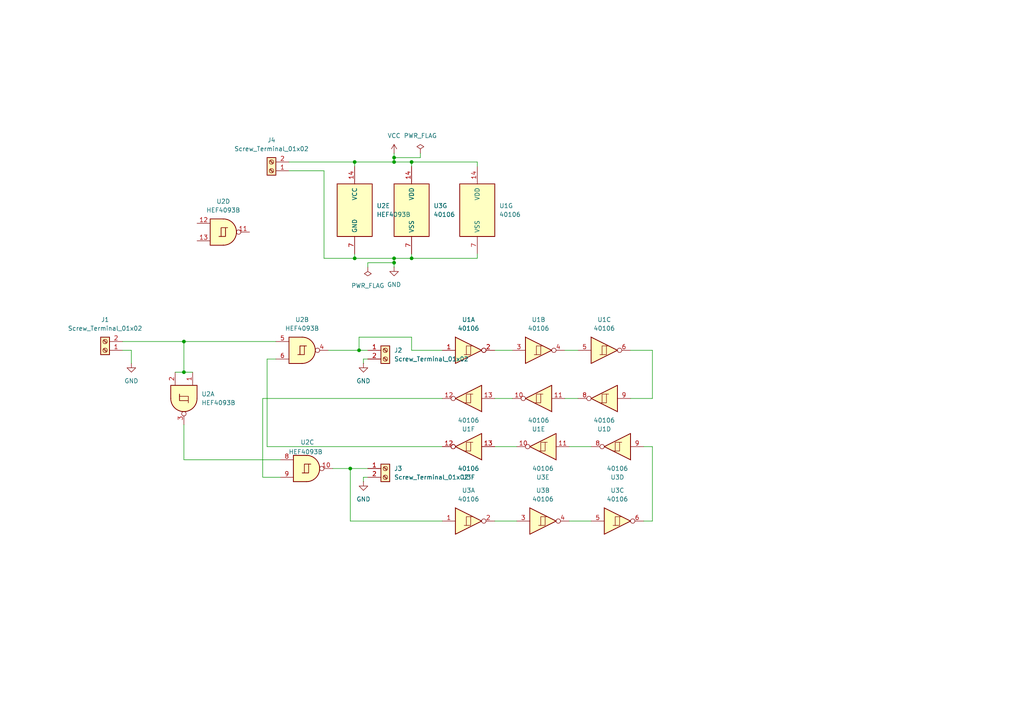
<source format=kicad_sch>
(kicad_sch (version 20250114) (generator "eeschema") (generator_version "9.0")
  (paper "A4")
  (lib_symbols
    (symbol "4xxx:40106" (pin_names (offset 1.016))
      (property "Reference" "U" (at 0 1.27 0))
      (property "Value" "40106" (at 0 -1.27 0))
      (symbol "40106_1_0"
        (polyline (pts (xy -3.81 3.81) (xy -3.81 -3.81) (xy 3.81 0) (xy -3.81 3.81)) (stroke (width 0.254)) (fill (type background)))
        (polyline (pts (xy -1.27 -1.27) (xy 0.635 -1.27) (xy 0.635 1.27) (xy 1.27 1.27)))
        (polyline (pts (xy -0.635 -1.27) (xy -0.635 1.27) (xy 0.635 1.27)))
        (pin input line (at -7.62 0 0) (length 3.81) (name "~") (number "1"))
        (pin output inverted (at 7.62 0 180) (length 3.81) (name "~") (number "2"))
      )
      (symbol "40106_2_0"
        (polyline (pts (xy -3.81 3.81) (xy -3.81 -3.81) (xy 3.81 0) (xy -3.81 3.81)) (stroke (width 0.254)) (fill (type background)))
        (polyline (pts (xy -1.27 -1.27) (xy 0.635 -1.27) (xy 0.635 1.27) (xy 1.27 1.27)))
        (polyline (pts (xy -0.635 -1.27) (xy -0.635 1.27) (xy 0.635 1.27)))
        (pin input line (at -7.62 0 0) (length 3.81) (name "~") (number "3"))
        (pin output inverted (at 7.62 0 180) (length 3.81) (name "~") (number "4"))
      )
      (symbol "40106_3_0"
        (polyline (pts (xy -3.81 3.81) (xy -3.81 -3.81) (xy 3.81 0) (xy -3.81 3.81)) (stroke (width 0.254)) (fill (type background)))
        (polyline (pts (xy -1.27 -1.27) (xy 0.635 -1.27) (xy 0.635 1.27) (xy 1.27 1.27)))
        (polyline (pts (xy -0.635 -1.27) (xy -0.635 1.27) (xy 0.635 1.27)))
        (pin input line (at -7.62 0 0) (length 3.81) (name "~") (number "5"))
        (pin output inverted (at 7.62 0 180) (length 3.81) (name "~") (number "6"))
      )
      (symbol "40106_4_0"
        (polyline (pts (xy -3.81 3.81) (xy -3.81 -3.81) (xy 3.81 0) (xy -3.81 3.81)) (stroke (width 0.254)) (fill (type background)))
        (polyline (pts (xy -1.27 -1.27) (xy 0.635 -1.27) (xy 0.635 1.27) (xy 1.27 1.27)))
        (polyline (pts (xy -0.635 -1.27) (xy -0.635 1.27) (xy 0.635 1.27)))
        (pin input line (at -7.62 0 0) (length 3.81) (name "~") (number "9"))
        (pin output inverted (at 7.62 0 180) (length 3.81) (name "~") (number "8"))
      )
      (symbol "40106_5_0"
        (polyline (pts (xy -3.81 3.81) (xy -3.81 -3.81) (xy 3.81 0) (xy -3.81 3.81)) (stroke (width 0.254)) (fill (type background)))
        (polyline (pts (xy -1.27 -1.27) (xy 0.635 -1.27) (xy 0.635 1.27) (xy 1.27 1.27)))
        (polyline (pts (xy -0.635 -1.27) (xy -0.635 1.27) (xy 0.635 1.27)))
        (pin input line (at -7.62 0 0) (length 3.81) (name "~") (number "11"))
        (pin output inverted (at 7.62 0 180) (length 3.81) (name "~") (number "10"))
      )
      (symbol "40106_6_0"
        (polyline (pts (xy -3.81 3.81) (xy -3.81 -3.81) (xy 3.81 0) (xy -3.81 3.81)) (stroke (width 0.254)) (fill (type background)))
        (polyline (pts (xy -1.27 -1.27) (xy 0.635 -1.27) (xy 0.635 1.27) (xy 1.27 1.27)))
        (polyline (pts (xy -0.635 -1.27) (xy -0.635 1.27) (xy 0.635 1.27)))
        (pin input line (at -7.62 0 0) (length 3.81) (name "~") (number "13"))
        (pin output inverted (at 7.62 0 180) (length 3.81) (name "~") (number "12"))
      )
      (symbol "40106_7_0"
        (pin power_in line (at 0 12.7 270) (length 5.08) (name "VDD") (number "14"))
        (pin power_in line (at 0 -12.7 90) (length 5.08) (name "VSS") (number "7"))
      )
      (symbol "40106_7_1"
        (rectangle (start -5.08 7.62) (end 5.08 -7.62) (stroke (width 0.254)) (fill (type background)))
      )
    )
    (symbol "4xxx:HEF4093B" (pin_names (offset 1.016))
      (property "Reference" "U" (at 0 1.27 0))
      (property "Value" "HEF4093B" (at 0 -1.27 0))
      (symbol "HEF4093B_1_0"
        (polyline (pts (xy -1.27 -1.27) (xy 0.635 -1.27) (xy 0.635 1.27) (xy 1.27 1.27)))
        (polyline (pts (xy -1.27 -1.27) (xy 0.635 -1.27) (xy 0.635 1.27) (xy 1.27 1.27)))
        (polyline (pts (xy -0.635 -1.27) (xy -0.635 1.27) (xy 0.635 1.27)))
        (polyline (pts (xy -0.635 -1.27) (xy -0.635 1.27) (xy 0.635 1.27)))
      )
      (symbol "HEF4093B_1_1"
        (arc (start 0 3.81) (mid 3.7934 0) (end 0 -3.81) (stroke (width 0.254)) (fill (type background)))
        (polyline (pts (xy 0 3.81) (xy -3.81 3.81) (xy -3.81 -3.81) (xy 0 -3.81)) (stroke (width 0.254)) (fill (type background)))
        (pin input line (at -7.62 2.54 0) (length 3.81) (name "~") (number "1"))
        (pin input line (at -7.62 -2.54 0) (length 3.81) (name "~") (number "2"))
        (pin output inverted (at 7.62 0 180) (length 3.81) (name "~") (number "3"))
      )
      (symbol "HEF4093B_1_2"
        (arc (start -3.81 3.81) (mid -2.589 0) (end -3.81 -3.81) (stroke (width 0.254)))
        (polyline (pts (xy -3.81 3.81) (xy -0.635 3.81)) (stroke (width 0.254)) (fill (type background)))
        (polyline (pts (xy -3.81 -3.81) (xy -0.635 -3.81)) (stroke (width 0.254)) (fill (type background)))
        (arc (start 3.81 0) (mid 2.1855 -2.584) (end -0.6096 -3.81) (stroke (width 0.254)) (fill (type background)))
        (arc (start -0.6096 3.81) (mid 2.1928 2.5924) (end 3.81 0) (stroke (width 0.254)) (fill (type background)))
        (polyline (pts (xy -0.635 3.81) (xy -3.81 3.81) (xy -3.81 3.81) (xy -3.556 3.4036) (xy -3.0226 2.2606) (xy -2.6924 1.0414) (xy -2.6162 -0.254) (xy -2.7686 -1.4986) (xy -3.175 -2.7178) (xy -3.81 -3.81) (xy -3.81 -3.81) (xy -0.635 -3.81)) (stroke (width -25.4)) (fill (type background)))
        (pin input inverted (at -7.62 2.54 0) (length 4.318) (name "~") (number "1"))
        (pin input inverted (at -7.62 -2.54 0) (length 4.318) (name "~") (number "2"))
        (pin output line (at 7.62 0 180) (length 3.81) (name "~") (number "3"))
      )
      (symbol "HEF4093B_2_0"
        (polyline (pts (xy -1.27 -1.27) (xy 0.635 -1.27) (xy 0.635 1.27) (xy 1.27 1.27)))
        (polyline (pts (xy -1.27 -1.27) (xy 0.635 -1.27) (xy 0.635 1.27) (xy 1.27 1.27)))
        (polyline (pts (xy -0.635 -1.27) (xy -0.635 1.27) (xy 0.635 1.27)))
        (polyline (pts (xy -0.635 -1.27) (xy -0.635 1.27) (xy 0.635 1.27)))
      )
      (symbol "HEF4093B_2_1"
        (arc (start 0 3.81) (mid 3.7934 0) (end 0 -3.81) (stroke (width 0.254)) (fill (type background)))
        (polyline (pts (xy 0 3.81) (xy -3.81 3.81) (xy -3.81 -3.81) (xy 0 -3.81)) (stroke (width 0.254)) (fill (type background)))
        (pin input line (at -7.62 2.54 0) (length 3.81) (name "~") (number "5"))
        (pin input line (at -7.62 -2.54 0) (length 3.81) (name "~") (number "6"))
        (pin output inverted (at 7.62 0 180) (length 3.81) (name "~") (number "4"))
      )
      (symbol "HEF4093B_2_2"
        (arc (start -3.81 3.81) (mid -2.589 0) (end -3.81 -3.81) (stroke (width 0.254)))
        (polyline (pts (xy -3.81 3.81) (xy -0.635 3.81)) (stroke (width 0.254)) (fill (type background)))
        (polyline (pts (xy -3.81 -3.81) (xy -0.635 -3.81)) (stroke (width 0.254)) (fill (type background)))
        (arc (start 3.81 0) (mid 2.1855 -2.584) (end -0.6096 -3.81) (stroke (width 0.254)) (fill (type background)))
        (arc (start -0.6096 3.81) (mid 2.1928 2.5924) (end 3.81 0) (stroke (width 0.254)) (fill (type background)))
        (polyline (pts (xy -0.635 3.81) (xy -3.81 3.81) (xy -3.81 3.81) (xy -3.556 3.4036) (xy -3.0226 2.2606) (xy -2.6924 1.0414) (xy -2.6162 -0.254) (xy -2.7686 -1.4986) (xy -3.175 -2.7178) (xy -3.81 -3.81) (xy -3.81 -3.81) (xy -0.635 -3.81)) (stroke (width -25.4)) (fill (type background)))
        (pin input inverted (at -7.62 2.54 0) (length 4.318) (name "~") (number "5"))
        (pin input inverted (at -7.62 -2.54 0) (length 4.318) (name "~") (number "6"))
        (pin output line (at 7.62 0 180) (length 3.81) (name "~") (number "4"))
      )
      (symbol "HEF4093B_3_0"
        (polyline (pts (xy -1.27 -1.27) (xy 0.635 -1.27) (xy 0.635 1.27) (xy 1.27 1.27)))
        (polyline (pts (xy -1.27 -1.27) (xy 0.635 -1.27) (xy 0.635 1.27) (xy 1.27 1.27)))
        (polyline (pts (xy -0.635 -1.27) (xy -0.635 1.27) (xy 0.635 1.27)))
        (polyline (pts (xy -0.635 -1.27) (xy -0.635 1.27) (xy 0.635 1.27)))
      )
      (symbol "HEF4093B_3_1"
        (arc (start 0 3.81) (mid 3.7934 0) (end 0 -3.81) (stroke (width 0.254)) (fill (type background)))
        (polyline (pts (xy 0 3.81) (xy -3.81 3.81) (xy -3.81 -3.81) (xy 0 -3.81)) (stroke (width 0.254)) (fill (type background)))
        (pin input line (at -7.62 2.54 0) (length 3.81) (name "~") (number "8"))
        (pin input line (at -7.62 -2.54 0) (length 3.81) (name "~") (number "9"))
        (pin output inverted (at 7.62 0 180) (length 3.81) (name "~") (number "10"))
      )
      (symbol "HEF4093B_3_2"
        (arc (start -3.81 3.81) (mid -2.589 0) (end -3.81 -3.81) (stroke (width 0.254)))
        (polyline (pts (xy -3.81 3.81) (xy -0.635 3.81)) (stroke (width 0.254)) (fill (type background)))
        (polyline (pts (xy -3.81 -3.81) (xy -0.635 -3.81)) (stroke (width 0.254)) (fill (type background)))
        (arc (start 3.81 0) (mid 2.1855 -2.584) (end -0.6096 -3.81) (stroke (width 0.254)) (fill (type background)))
        (arc (start -0.6096 3.81) (mid 2.1928 2.5924) (end 3.81 0) (stroke (width 0.254)) (fill (type background)))
        (polyline (pts (xy -0.635 3.81) (xy -3.81 3.81) (xy -3.81 3.81) (xy -3.556 3.4036) (xy -3.0226 2.2606) (xy -2.6924 1.0414) (xy -2.6162 -0.254) (xy -2.7686 -1.4986) (xy -3.175 -2.7178) (xy -3.81 -3.81) (xy -3.81 -3.81) (xy -0.635 -3.81)) (stroke (width -25.4)) (fill (type background)))
        (pin input inverted (at -7.62 2.54 0) (length 4.318) (name "~") (number "8"))
        (pin input inverted (at -7.62 -2.54 0) (length 4.318) (name "~") (number "9"))
        (pin output line (at 7.62 0 180) (length 3.81) (name "~") (number "10"))
      )
      (symbol "HEF4093B_4_0"
        (polyline (pts (xy -1.27 -1.27) (xy 0.635 -1.27) (xy 0.635 1.27) (xy 1.27 1.27)))
        (polyline (pts (xy -1.27 -1.27) (xy 0.635 -1.27) (xy 0.635 1.27) (xy 1.27 1.27)))
        (polyline (pts (xy -0.635 -1.27) (xy -0.635 1.27) (xy 0.635 1.27)))
        (polyline (pts (xy -0.635 -1.27) (xy -0.635 1.27) (xy 0.635 1.27)))
      )
      (symbol "HEF4093B_4_1"
        (arc (start 0 3.81) (mid 3.7934 0) (end 0 -3.81) (stroke (width 0.254)) (fill (type background)))
        (polyline (pts (xy 0 3.81) (xy -3.81 3.81) (xy -3.81 -3.81) (xy 0 -3.81)) (stroke (width 0.254)) (fill (type background)))
        (pin input line (at -7.62 2.54 0) (length 3.81) (name "~") (number "12"))
        (pin input line (at -7.62 -2.54 0) (length 3.81) (name "~") (number "13"))
        (pin output inverted (at 7.62 0 180) (length 3.81) (name "~") (number "11"))
      )
      (symbol "HEF4093B_4_2"
        (arc (start -3.81 3.81) (mid -2.589 0) (end -3.81 -3.81) (stroke (width 0.254)))
        (polyline (pts (xy -3.81 3.81) (xy -0.635 3.81)) (stroke (width 0.254)) (fill (type background)))
        (polyline (pts (xy -3.81 -3.81) (xy -0.635 -3.81)) (stroke (width 0.254)) (fill (type background)))
        (arc (start 3.81 0) (mid 2.1855 -2.584) (end -0.6096 -3.81) (stroke (width 0.254)) (fill (type background)))
        (arc (start -0.6096 3.81) (mid 2.1928 2.5924) (end 3.81 0) (stroke (width 0.254)) (fill (type background)))
        (polyline (pts (xy -0.635 3.81) (xy -3.81 3.81) (xy -3.81 3.81) (xy -3.556 3.4036) (xy -3.0226 2.2606) (xy -2.6924 1.0414) (xy -2.6162 -0.254) (xy -2.7686 -1.4986) (xy -3.175 -2.7178) (xy -3.81 -3.81) (xy -3.81 -3.81) (xy -0.635 -3.81)) (stroke (width -25.4)) (fill (type background)))
        (pin input inverted (at -7.62 2.54 0) (length 4.318) (name "~") (number "12"))
        (pin input inverted (at -7.62 -2.54 0) (length 4.318) (name "~") (number "13"))
        (pin output line (at 7.62 0 180) (length 3.81) (name "~") (number "11"))
      )
      (symbol "HEF4093B_5_0"
        (pin power_in line (at 0 12.7 270) (length 5.08) (name "VCC") (number "14"))
        (pin power_in line (at 0 -12.7 90) (length 5.08) (name "GND") (number "7"))
      )
      (symbol "HEF4093B_5_1"
        (rectangle (start -5.08 7.62) (end 5.08 -7.62) (stroke (width 0.254)) (fill (type background)))
      )
    )
    (symbol "Connector:Screw_Terminal_01x02" (pin_names (offset 1.016) (hide yes))
      (property "Reference" "J" (at 0 2.54 0))
      (property "Value" "Screw_Terminal_01x02" (at 0 -5.08 0))
      (symbol "Screw_Terminal_01x02_1_1"
        (rectangle (start -1.27 1.27) (end 1.27 -3.81) (stroke (width 0.254)) (fill (type background)))
        (polyline (pts (xy -0.5334 0.3302) (xy 0.3302 -0.508)) (stroke (width 0.1524)))
        (polyline (pts (xy -0.5334 -2.2098) (xy 0.3302 -3.048)) (stroke (width 0.1524)))
        (polyline (pts (xy -0.3556 0.508) (xy 0.508 -0.3302)) (stroke (width 0.1524)))
        (polyline (pts (xy -0.3556 -2.032) (xy 0.508 -2.8702)) (stroke (width 0.1524)))
        (circle (center 0 0) (radius 0.635) (stroke (width 0.1524)))
        (circle (center 0 -2.54) (radius 0.635) (stroke (width 0.1524)))
        (pin passive line (at -5.08 0 0) (length 3.81) (name "Pin_1") (number "1"))
        (pin passive line (at -5.08 -2.54 0) (length 3.81) (name "Pin_2") (number "2"))
      )
    )
    (symbol "power:GND" (power) (pin_numbers (hide yes)) (pin_names (offset 0) (hide yes))
      (property "Value" "GND" (at 0 -3.81 0))
      (symbol "GND_0_1"
        (polyline (pts (xy 0 0) (xy 0 -1.27) (xy 1.27 -1.27) (xy 0 -2.54) (xy -1.27 -1.27) (xy 0 -1.27)))
      )
      (symbol "GND_1_1"
        (pin power_in line (at 0 0 270) (length 0) (name "~") (number "1"))
      )
    )
    (symbol "power:PWR_FLAG" (power) (pin_numbers (hide yes)) (pin_names (offset 0) (hide yes))
      (property "Value" "PWR_FLAG" (at 0 3.81 0))
      (symbol "PWR_FLAG_0_0"
        (pin power_out line (at 0 0 90) (length 0) (name "~") (number "1"))
      )
      (symbol "PWR_FLAG_0_1"
        (polyline (pts (xy 0 0) (xy 0 1.27) (xy -1.016 1.905) (xy 0 2.54) (xy 1.016 1.905) (xy 0 1.27)))
      )
    )
    (symbol "power:VCC" (power) (pin_numbers (hide yes)) (pin_names (offset 0) (hide yes))
      (property "Value" "VCC" (at 0 3.556 0))
      (symbol "VCC_0_1"
        (polyline (pts (xy -0.762 1.27) (xy 0 2.54)))
        (polyline (pts (xy 0 2.54) (xy 0.762 1.27)))
        (polyline (pts (xy 0 0) (xy 0 2.54)))
      )
      (symbol "VCC_1_1"
        (pin power_in line (at 0 0 90) (length 0) (name "~") (number "1"))
      )
    )
  )
  (junction (at 53.34 107.95))
  (junction (at 114.3 76.2))
  (junction (at 119.38 74.93))
  (junction (at 114.3 46.99))
  (junction (at 114.3 74.93))
  (junction (at 119.38 46.99))
  (junction (at 102.87 46.99))
  (junction (at 114.3 45.72))
  (junction (at 53.34 99.06))
  (junction (at 104.14 101.6))
  (junction (at 102.87 74.93))
  (junction (at 101.6 135.89))
  (wire (pts (xy 138.43 46.99) (xy 138.43 48.26)))
  (wire (pts (xy 189.23 115.57) (xy 182.88 115.57)))
  (wire (pts (xy 186.69 151.13) (xy 189.23 151.13)))
  (wire (pts (xy 119.38 46.99) (xy 138.43 46.99)))
  (wire (pts (xy 119.38 97.79) (xy 104.14 97.79)))
  (wire (pts (xy 128.27 101.6) (xy 119.38 101.6)))
  (wire (pts (xy 121.92 45.72) (xy 114.3 45.72)))
  (wire (pts (xy 35.56 101.6) (xy 38.1 101.6)))
  (wire (pts (xy 76.2 115.57) (xy 76.2 138.43)))
  (wire (pts (xy 163.83 115.57) (xy 167.64 115.57)))
  (wire (pts (xy 35.56 99.06) (xy 53.34 99.06)))
  (wire (pts (xy 101.6 151.13) (xy 101.6 135.89)))
  (wire (pts (xy 76.2 138.43) (xy 81.28 138.43)))
  (wire (pts (xy 128.27 151.13) (xy 101.6 151.13)))
  (wire (pts (xy 83.82 46.99) (xy 102.87 46.99)))
  (wire (pts (xy 143.51 101.6) (xy 148.59 101.6)))
  (wire (pts (xy 119.38 46.99) (xy 119.38 48.26)))
  (wire (pts (xy 105.41 105.41) (xy 105.41 104.14)))
  (wire (pts (xy 104.14 97.79) (xy 104.14 101.6)))
  (wire (pts (xy 38.1 101.6) (xy 38.1 105.41)))
  (wire (pts (xy 163.83 101.6) (xy 167.64 101.6)))
  (wire (pts (xy 83.82 49.53) (xy 93.98 49.53)))
  (wire (pts (xy 77.47 104.14) (xy 80.01 104.14)))
  (wire (pts (xy 114.3 44.45) (xy 114.3 45.72)))
  (wire (pts (xy 102.87 73.66) (xy 102.87 74.93)))
  (wire (pts (xy 105.41 139.7) (xy 105.41 138.43)))
  (wire (pts (xy 114.3 74.93) (xy 119.38 74.93)))
  (wire (pts (xy 105.41 138.43) (xy 106.68 138.43)))
  (wire (pts (xy 106.68 76.2) (xy 114.3 76.2)))
  (wire (pts (xy 189.23 151.13) (xy 189.23 129.54)))
  (wire (pts (xy 143.51 115.57) (xy 148.59 115.57)))
  (wire (pts (xy 165.1 129.54) (xy 171.45 129.54)))
  (wire (pts (xy 114.3 74.93) (xy 114.3 76.2)))
  (wire (pts (xy 182.88 101.6) (xy 189.23 101.6)))
  (wire (pts (xy 138.43 74.93) (xy 138.43 73.66)))
  (wire (pts (xy 53.34 123.19) (xy 53.34 133.35)))
  (wire (pts (xy 189.23 129.54) (xy 186.69 129.54)))
  (wire (pts (xy 95.25 101.6) (xy 104.14 101.6)))
  (wire (pts (xy 101.6 135.89) (xy 106.68 135.89)))
  (wire (pts (xy 119.38 73.66) (xy 119.38 74.93)))
  (wire (pts (xy 143.51 129.54) (xy 149.86 129.54)))
  (wire (pts (xy 105.41 104.14) (xy 106.68 104.14)))
  (wire (pts (xy 102.87 74.93) (xy 114.3 74.93)))
  (wire (pts (xy 96.52 135.89) (xy 101.6 135.89)))
  (wire (pts (xy 53.34 99.06) (xy 53.34 107.95)))
  (wire (pts (xy 93.98 49.53) (xy 93.98 74.93)))
  (wire (pts (xy 143.51 151.13) (xy 149.86 151.13)))
  (wire (pts (xy 114.3 76.2) (xy 114.3 77.47)))
  (wire (pts (xy 53.34 133.35) (xy 81.28 133.35)))
  (wire (pts (xy 128.27 115.57) (xy 76.2 115.57)))
  (wire (pts (xy 128.27 129.54) (xy 77.47 129.54)))
  (wire (pts (xy 189.23 101.6) (xy 189.23 115.57)))
  (wire (pts (xy 121.92 44.45) (xy 121.92 45.72)))
  (wire (pts (xy 114.3 45.72) (xy 114.3 46.99)))
  (wire (pts (xy 104.14 101.6) (xy 106.68 101.6)))
  (wire (pts (xy 50.8 107.95) (xy 53.34 107.95)))
  (wire (pts (xy 165.1 151.13) (xy 171.45 151.13)))
  (wire (pts (xy 102.87 46.99) (xy 102.87 48.26)))
  (wire (pts (xy 114.3 46.99) (xy 119.38 46.99)))
  (wire (pts (xy 53.34 99.06) (xy 80.01 99.06)))
  (wire (pts (xy 93.98 74.93) (xy 102.87 74.93)))
  (wire (pts (xy 106.68 77.47) (xy 106.68 76.2)))
  (wire (pts (xy 53.34 107.95) (xy 55.88 107.95)))
  (wire (pts (xy 102.87 46.99) (xy 114.3 46.99)))
  (wire (pts (xy 119.38 101.6) (xy 119.38 97.79)))
  (wire (pts (xy 77.47 129.54) (xy 77.47 104.14)))
  (wire (pts (xy 119.38 74.93) (xy 138.43 74.93)))
  (symbol (lib_id "Connector:Screw_Terminal_01x02") (at 111.76 135.89 0) (unit 1)
    (property "Reference" "J3" (at 114.3 135.8899 0) (effects (justify left)))
    (property "Value" "Screw_Terminal_01x02" (at 114.3 138.4299 0) (effects (justify left)))
    (property "Footprint" "TerminalBlock:TerminalBlock_bornier-2_P5.08mm" (effects (hide yes)))
    (property "Description" "Generic screw terminal, single row, 01x02, script generated (kicad-library-utils/schlib/autogen/connector/)" (effects (hide yes)))
  )
  (symbol (lib_id "4xxx:HEF4093B") (at 53.34 115.57 270) (unit 1)
    (property "Reference" "U2" (at 58.42 114.2916 90) (effects (justify left)))
    (property "Value" "HEF4093B" (at 58.42 116.8316 90) (effects (justify left)))
    (property "Footprint" "Package_DIP:DIP-14_W7.62mm_Socket_LongPads" (effects (hide yes)))
    (property "Datasheet" "https://assets.nexperia.com/documents/data-sheet/HEF4093B.pdf" (effects (hide yes)))
    (property "Description" "Quad 2-Input NAND Schmitt Trigger, SOIC-14" (effects (hide yes)))
  )
  (symbol (lib_id "4xxx:40106") (at 135.89 129.54 180) (unit 6)
    (property "Reference" "U3" (at 135.89 138.43 0))
    (property "Value" "40106" (at 135.89 135.89 0))
    (property "Footprint" "Package_DIP:DIP-14_W7.62mm_Socket_LongPads" (effects (hide yes)))
    (property "Datasheet" "https://assets.nexperia.com/documents/data-sheet/HEF40106B.pdf" (effects (hide yes)))
    (property "Description" "Hex Schmitt trigger inverter" (effects (hide yes)))
  )
  (symbol (lib_id "4xxx:40106") (at 179.07 129.54 180) (unit 4)
    (property "Reference" "U3" (at 179.07 138.43 0))
    (property "Value" "40106" (at 179.07 135.89 0))
    (property "Footprint" "Package_DIP:DIP-14_W7.62mm_Socket_LongPads" (effects (hide yes)))
    (property "Datasheet" "https://assets.nexperia.com/documents/data-sheet/HEF40106B.pdf" (effects (hide yes)))
    (property "Description" "Hex Schmitt trigger inverter" (effects (hide yes)))
  )
  (symbol (lib_id "power:GND") (at 105.41 105.41 0) (unit 1)
    (property "Reference" "#PWR04" (effects (hide yes)))
    (property "Value" "GND" (at 105.41 110.49 0))
    (property "Description" "Power symbol creates a global label with name \"GND\" , ground" (effects (hide yes)))
  )
  (symbol (lib_id "4xxx:40106") (at 157.48 129.54 180) (unit 5)
    (property "Reference" "U3" (at 157.48 138.43 0))
    (property "Value" "40106" (at 157.48 135.89 0))
    (property "Footprint" "Package_DIP:DIP-14_W7.62mm_Socket_LongPads" (effects (hide yes)))
    (property "Datasheet" "https://assets.nexperia.com/documents/data-sheet/HEF40106B.pdf" (effects (hide yes)))
    (property "Description" "Hex Schmitt trigger inverter" (effects (hide yes)))
  )
  (symbol (lib_id "4xxx:40106") (at 138.43 60.96 0) (unit 7)
    (property "Reference" "U1" (at 144.78 59.6899 0) (effects (justify left)))
    (property "Value" "40106" (at 144.78 62.2299 0) (effects (justify left)))
    (property "Footprint" "Package_DIP:DIP-14_W7.62mm_Socket_LongPads" (effects (hide yes)))
    (property "Datasheet" "https://assets.nexperia.com/documents/data-sheet/HEF40106B.pdf" (effects (hide yes)))
    (property "Description" "Hex Schmitt trigger inverter" (effects (hide yes)))
  )
  (symbol (lib_id "4xxx:HEF4093B") (at 64.77 67.31 0) (unit 4)
    (property "Reference" "U2" (at 64.7617 58.42 0))
    (property "Value" "HEF4093B" (at 64.7617 60.96 0))
    (property "Footprint" "Package_DIP:DIP-14_W7.62mm_Socket_LongPads" (effects (hide yes)))
    (property "Datasheet" "https://assets.nexperia.com/documents/data-sheet/HEF4093B.pdf" (effects (hide yes)))
    (property "Description" "Quad 2-Input NAND Schmitt Trigger, SOIC-14" (effects (hide yes)))
  )
  (symbol (lib_id "4xxx:HEF4093B") (at 87.63 101.6 0) (unit 2)
    (property "Reference" "U2" (at 87.6217 92.71 0))
    (property "Value" "HEF4093B" (at 87.6217 95.25 0))
    (property "Footprint" "Package_DIP:DIP-14_W7.62mm_Socket_LongPads" (effects (hide yes)))
    (property "Datasheet" "https://assets.nexperia.com/documents/data-sheet/HEF4093B.pdf" (effects (hide yes)))
    (property "Description" "Quad 2-Input NAND Schmitt Trigger, SOIC-14" (effects (hide yes)))
  )
  (symbol (lib_id "power:VCC") (at 114.3 44.45 0) (unit 1)
    (property "Reference" "#PWR02" (effects (hide yes)))
    (property "Value" "VCC" (at 114.3 39.37 0))
    (property "Description" "Power symbol creates a global label with name \"VCC\"" (effects (hide yes)))
  )
  (symbol (lib_id "4xxx:40106") (at 157.48 151.13 0) (unit 2)
    (property "Reference" "U3" (at 157.48 142.24 0))
    (property "Value" "40106" (at 157.48 144.78 0))
    (property "Footprint" "Package_DIP:DIP-14_W7.62mm_Socket_LongPads" (effects (hide yes)))
    (property "Datasheet" "https://assets.nexperia.com/documents/data-sheet/HEF40106B.pdf" (effects (hide yes)))
    (property "Description" "Hex Schmitt trigger inverter" (effects (hide yes)))
  )
  (symbol (lib_id "4xxx:40106") (at 175.26 101.6 0) (unit 3)
    (property "Reference" "U1" (at 175.26 92.71 0))
    (property "Value" "40106" (at 175.26 95.25 0))
    (property "Footprint" "Package_DIP:DIP-14_W7.62mm_Socket_LongPads" (effects (hide yes)))
    (property "Datasheet" "https://assets.nexperia.com/documents/data-sheet/HEF40106B.pdf" (effects (hide yes)))
    (property "Description" "Hex Schmitt trigger inverter" (effects (hide yes)))
  )
  (symbol (lib_id "power:GND") (at 105.41 139.7 0) (unit 1)
    (property "Reference" "#PWR05" (effects (hide yes)))
    (property "Value" "GND" (at 105.41 144.78 0))
    (property "Description" "Power symbol creates a global label with name \"GND\" , ground" (effects (hide yes)))
  )
  (symbol (lib_id "power:PWR_FLAG") (at 106.68 77.47 180) (unit 1)
    (property "Reference" "#FLG02" (effects (hide yes)))
    (property "Value" "PWR_FLAG" (at 106.68 82.8634 0))
    (property "Description" "Special symbol for telling ERC where power comes from" (effects (hide yes)))
  )
  (symbol (lib_id "power:GND") (at 38.1 105.41 0) (unit 1)
    (property "Reference" "#PWR03" (effects (hide yes)))
    (property "Value" "GND" (at 38.1 110.49 0))
    (property "Description" "Power symbol creates a global label with name \"GND\" , ground" (effects (hide yes)))
  )
  (symbol (lib_id "Connector:Screw_Terminal_01x02") (at 78.74 49.53 180) (unit 1)
    (property "Reference" "J4" (at 78.74 40.64 0))
    (property "Value" "Screw_Terminal_01x02" (at 78.74 43.18 0))
    (property "Footprint" "TerminalBlock:TerminalBlock_bornier-2_P5.08mm" (effects (hide yes)))
    (property "Description" "Generic screw terminal, single row, 01x02, script generated (kicad-library-utils/schlib/autogen/connector/)" (effects (hide yes)))
  )
  (symbol (lib_id "power:GND") (at 114.3 77.47 0) (unit 1)
    (property "Reference" "#PWR01" (effects (hide yes)))
    (property "Value" "GND" (at 114.3 82.55 0))
    (property "Description" "Power symbol creates a global label with name \"GND\" , ground" (effects (hide yes)))
  )
  (symbol (lib_id "4xxx:40106") (at 135.89 101.6 0) (unit 1)
    (property "Reference" "U1" (at 135.89 92.71 0))
    (property "Value" "40106" (at 135.89 95.25 0))
    (property "Footprint" "Package_DIP:DIP-14_W7.62mm_Socket_LongPads" (effects (hide yes)))
    (property "Datasheet" "https://assets.nexperia.com/documents/data-sheet/HEF40106B.pdf" (effects (hide yes)))
    (property "Description" "Hex Schmitt trigger inverter" (effects (hide yes)))
  )
  (symbol (lib_id "4xxx:40106") (at 179.07 151.13 0) (unit 3)
    (property "Reference" "U3" (at 179.07 142.24 0))
    (property "Value" "40106" (at 179.07 144.78 0))
    (property "Footprint" "Package_DIP:DIP-14_W7.62mm_Socket_LongPads" (effects (hide yes)))
    (property "Datasheet" "https://assets.nexperia.com/documents/data-sheet/HEF40106B.pdf" (effects (hide yes)))
    (property "Description" "Hex Schmitt trigger inverter" (effects (hide yes)))
  )
  (symbol (lib_id "4xxx:40106") (at 156.21 101.6 0) (unit 2)
    (property "Reference" "U1" (at 156.21 92.71 0))
    (property "Value" "40106" (at 156.21 95.25 0))
    (property "Footprint" "Package_DIP:DIP-14_W7.62mm_Socket_LongPads" (effects (hide yes)))
    (property "Datasheet" "https://assets.nexperia.com/documents/data-sheet/HEF40106B.pdf" (effects (hide yes)))
    (property "Description" "Hex Schmitt trigger inverter" (effects (hide yes)))
  )
  (symbol (lib_id "4xxx:40106") (at 175.26 115.57 180) (unit 4)
    (property "Reference" "U1" (at 175.26 124.46 0))
    (property "Value" "40106" (at 175.26 121.92 0))
    (property "Footprint" "Package_DIP:DIP-14_W7.62mm_Socket_LongPads" (effects (hide yes)))
    (property "Datasheet" "https://assets.nexperia.com/documents/data-sheet/HEF40106B.pdf" (effects (hide yes)))
    (property "Description" "Hex Schmitt trigger inverter" (effects (hide yes)))
  )
  (symbol (lib_id "Connector:Screw_Terminal_01x02") (at 30.48 101.6 180) (unit 1)
    (property "Reference" "J1" (at 30.48 92.71 0))
    (property "Value" "Screw_Terminal_01x02" (at 30.48 95.25 0))
    (property "Footprint" "TerminalBlock:TerminalBlock_bornier-2_P5.08mm" (effects (hide yes)))
    (property "Description" "Generic screw terminal, single row, 01x02, script generated (kicad-library-utils/schlib/autogen/connector/)" (effects (hide yes)))
  )
  (symbol (lib_id "4xxx:HEF4093B") (at 102.87 60.96 0) (unit 5)
    (property "Reference" "U2" (at 109.22 59.6899 0) (effects (justify left)))
    (property "Value" "HEF4093B" (at 109.22 62.2299 0) (effects (justify left)))
    (property "Footprint" "Package_DIP:DIP-14_W7.62mm_Socket_LongPads" (effects (hide yes)))
    (property "Datasheet" "https://assets.nexperia.com/documents/data-sheet/HEF4093B.pdf" (effects (hide yes)))
    (property "Description" "Quad 2-Input NAND Schmitt Trigger, SOIC-14" (effects (hide yes)))
  )
  (symbol (lib_id "power:PWR_FLAG") (at 121.92 44.45 0) (unit 1)
    (property "Reference" "#FLG01" (effects (hide yes)))
    (property "Value" "PWR_FLAG" (at 121.92 39.37 0))
    (property "Description" "Special symbol for telling ERC where power comes from" (effects (hide yes)))
  )
  (symbol (lib_id "4xxx:40106") (at 156.21 115.57 180) (unit 5)
    (property "Reference" "U1" (at 156.21 124.46 0))
    (property "Value" "40106" (at 156.21 121.92 0))
    (property "Footprint" "Package_DIP:DIP-14_W7.62mm_Socket_LongPads" (effects (hide yes)))
    (property "Datasheet" "https://assets.nexperia.com/documents/data-sheet/HEF40106B.pdf" (effects (hide yes)))
    (property "Description" "Hex Schmitt trigger inverter" (effects (hide yes)))
  )
  (symbol (lib_id "4xxx:40106") (at 135.89 115.57 180) (unit 6)
    (property "Reference" "U1" (at 135.89 124.46 0))
    (property "Value" "40106" (at 135.89 121.92 0))
    (property "Footprint" "Package_DIP:DIP-14_W7.62mm_Socket_LongPads" (effects (hide yes)))
    (property "Datasheet" "https://assets.nexperia.com/documents/data-sheet/HEF40106B.pdf" (effects (hide yes)))
    (property "Description" "Hex Schmitt trigger inverter" (effects (hide yes)))
  )
  (symbol (lib_id "4xxx:40106") (at 119.38 60.96 0) (unit 7)
    (property "Reference" "U3" (at 125.73 59.6899 0) (effects (justify left)))
    (property "Value" "40106" (at 125.73 62.2299 0) (effects (justify left)))
    (property "Footprint" "Package_DIP:DIP-14_W7.62mm_Socket_LongPads" (effects (hide yes)))
    (property "Datasheet" "https://assets.nexperia.com/documents/data-sheet/HEF40106B.pdf" (effects (hide yes)))
    (property "Description" "Hex Schmitt trigger inverter" (effects (hide yes)))
  )
  (symbol (lib_id "4xxx:HEF4093B") (at 88.9 135.89 0) (unit 3)
    (property "Reference" "U2" (at 89.154 128.27 0))
    (property "Value" "HEF4093B" (at 88.646 131.064 0))
    (property "Footprint" "Package_DIP:DIP-14_W7.62mm_Socket_LongPads" (effects (hide yes)))
    (property "Datasheet" "https://assets.nexperia.com/documents/data-sheet/HEF4093B.pdf" (effects (hide yes)))
    (property "Description" "Quad 2-Input NAND Schmitt Trigger, SOIC-14" (effects (hide yes)))
  )
  (symbol (lib_id "4xxx:40106") (at 135.89 151.13 0) (unit 1)
    (property "Reference" "U3" (at 135.89 142.24 0))
    (property "Value" "40106" (at 135.89 144.78 0))
    (property "Footprint" "Package_DIP:DIP-14_W7.62mm_Socket_LongPads" (effects (hide yes)))
    (property "Datasheet" "https://assets.nexperia.com/documents/data-sheet/HEF40106B.pdf" (effects (hide yes)))
    (property "Description" "Hex Schmitt trigger inverter" (effects (hide yes)))
  )
  (symbol (lib_id "Connector:Screw_Terminal_01x02") (at 111.76 101.6 0) (unit 1)
    (property "Reference" "J2" (at 114.3 101.5999 0) (effects (justify left)))
    (property "Value" "Screw_Terminal_01x02" (at 114.3 104.1399 0) (effects (justify left)))
    (property "Footprint" "TerminalBlock:TerminalBlock_bornier-2_P5.08mm" (effects (hide yes)))
    (property "Description" "Generic screw terminal, single row, 01x02, script generated (kicad-library-utils/schlib/autogen/connector/)" (effects (hide yes)))
  )
)
</source>
